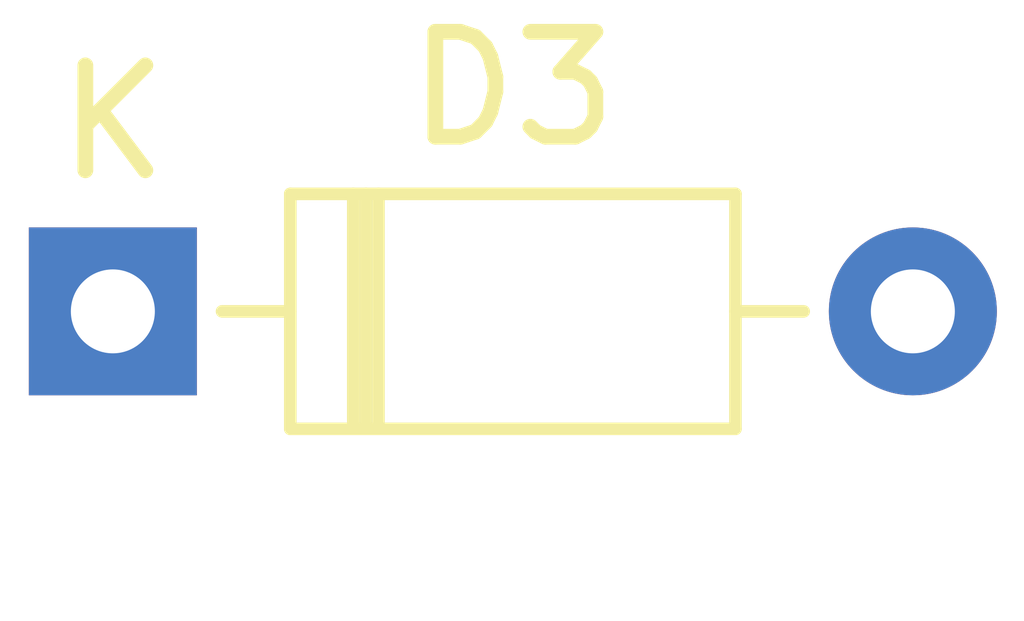
<source format=kicad_pcb>
(kicad_pcb (version 20221018) (generator pcbnew)
  (layers (0 "F.Cu" signal) (31 "B.Cu" signal) (34 "B.Paste" user) (35 "F.Paste" user) (36 "B.SilkS" user "B.Silkscreen") (37 "F.SilkS" user "F.Silkscreen") (38 "B.Mask" user) (39 "F.Mask" user) (44 "Edge.Cuts" user))
  (net 0 "")
  (net 1 "Net-(D3-K)")
  (net 2 "GND")
  (footprint "Diode_THT:D_DO-35_SOD27_P7.62mm_Horizontal" (layer "F.Cu") (at 50.8 38.1)
    (fp_text reference "D3" (at 3.81 -2.12) (layer "F.SilkS"))
    (fp_text value "1N914")
    (fp_text user "K" (at 0 -1.8) (layer "F.SilkS"))
    (fp_line (start 1.04 0) (end 1.69 0) (stroke (width 0.12)) (layer "F.SilkS"))
    (fp_line (start 1.69 -1.12) (end 1.69 1.12) (stroke (width 0.12)) (layer "F.SilkS"))
    (fp_line (start 1.69 1.12) (end 5.93 1.12) (stroke (width 0.12)) (layer "F.SilkS"))
    (fp_line (start 2.29 -1.12) (end 2.29 1.12) (stroke (width 0.12)) (layer "F.SilkS"))
    (fp_line (start 2.41 -1.12) (end 2.41 1.12) (stroke (width 0.12)) (layer "F.SilkS"))
    (fp_line (start 2.53 -1.12) (end 2.53 1.12) (stroke (width 0.12)) (layer "F.SilkS"))
    (fp_line (start 5.93 -1.12) (end 1.69 -1.12) (stroke (width 0.12)) (layer "F.SilkS"))
    (fp_line (start 5.93 1.12) (end 5.93 -1.12) (stroke (width 0.12)) (layer "F.SilkS"))
    (fp_line (start 6.58 0) (end 5.93 0) (stroke (width 0.12)) (layer "F.SilkS"))
    (pad "1" thru_hole rect (at 0 0) (size 1.6 1.6) (drill 0.8) (layers "*.Cu" "*.Mask") (net 1 "Net-(D3-K)"))
    (pad "2" thru_hole oval (at 7.62 0) (size 1.6 1.6) (drill 0.8) (layers "*.Cu" "*.Mask") (net 2 "GND"))
  )
)
</source>
